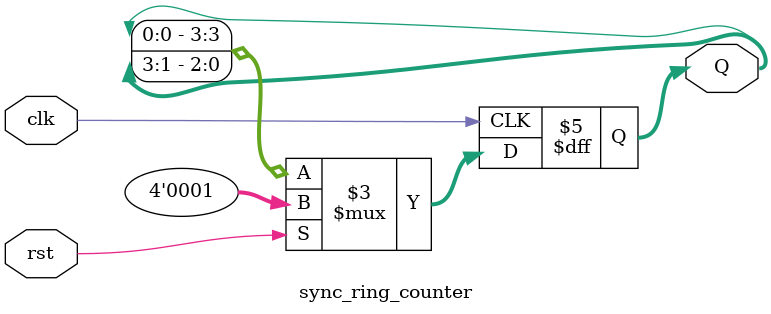
<source format=v>
module sync_ring_counter #(parameter N=4)
(   input clk,rst,
    output reg[N-1:0] Q );
    always @(posedge clk) 
    begin 
    if (rst) 
        Q <= 1;  
    else 
        Q <= {Q[0], Q[N-1:1]};
    
    end
endmodule

</source>
